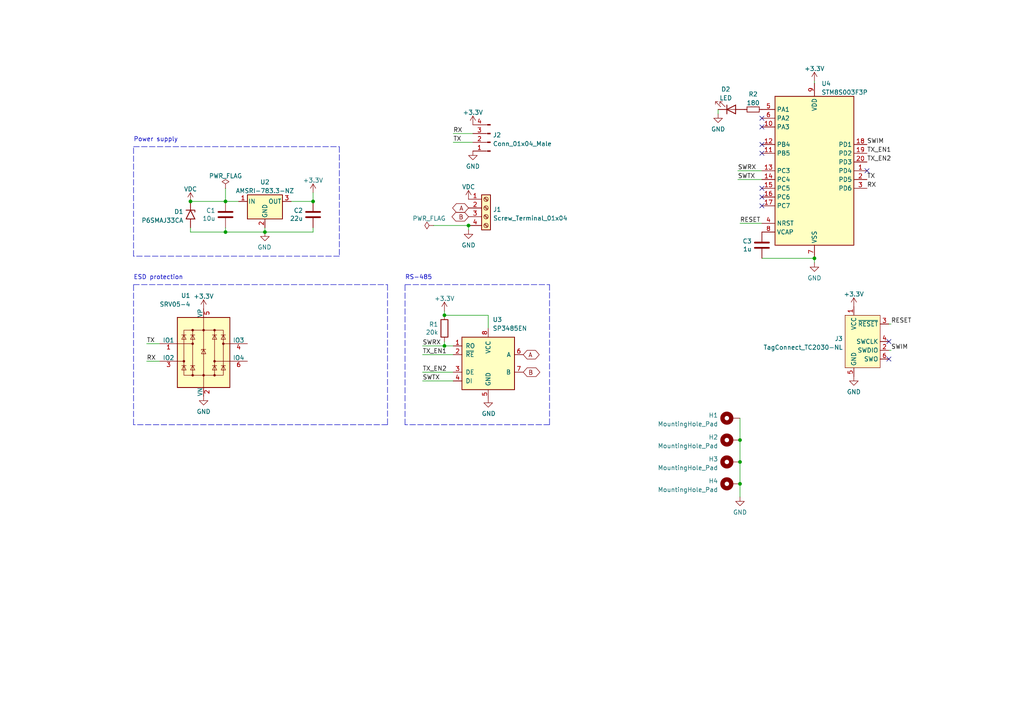
<source format=kicad_sch>
(kicad_sch (version 20211123) (generator eeschema)
  (paper "A4")
  (lib_symbols
    (symbol "Connector:Conn_01x04_Male" (pin_names (offset 1.016) hide)
      (property "Reference" "J" (at 0 5.08 0))
      (property "Value" "Conn_01x04_Male" (at 0 -7.62 0))
      (symbol "Conn_01x04_Male_1_1"
        (polyline (pts (xy 1.27 -5.08) (xy 0.8636 -5.08)) (stroke (width 0.1524)))
        (polyline (pts (xy 1.27 -2.54) (xy 0.8636 -2.54)) (stroke (width 0.1524)))
        (polyline (pts (xy 1.27 0) (xy 0.8636 0)) (stroke (width 0.1524)))
        (polyline (pts (xy 1.27 2.54) (xy 0.8636 2.54)) (stroke (width 0.1524)))
        (rectangle (start 0.8636 -4.953) (end 0 -5.207) (stroke (width 0.1524)) (fill (type outline)))
        (rectangle (start 0.8636 -2.413) (end 0 -2.667) (stroke (width 0.1524)) (fill (type outline)))
        (rectangle (start 0.8636 0.127) (end 0 -0.127) (stroke (width 0.1524)) (fill (type outline)))
        (rectangle (start 0.8636 2.667) (end 0 2.413) (stroke (width 0.1524)) (fill (type outline)))
        (pin passive line (at 5.08 2.54 180) (length 3.81) (name "Pin_1") (number "1"))
        (pin passive line (at 5.08 0 180) (length 3.81) (name "Pin_2") (number "2"))
        (pin passive line (at 5.08 -2.54 180) (length 3.81) (name "Pin_3") (number "3"))
        (pin passive line (at 5.08 -5.08 180) (length 3.81) (name "Pin_4") (number "4"))
      )
    )
    (symbol "Connector:Conn_ARM_SWD_TagConnect_TC2030-NL" (in_bom no)
      (property "Reference" "J7" (at -5.715 0.8347 0))
      (property "Value" "TagConnect_TC2030-NL" (at -5.715 -1.7022 0))
      (symbol "Conn_ARM_SWD_TagConnect_TC2030-NL_0_0"
        (pin power_in line (at -2.54 10.16 270) (length 2.54) (name "VCC") (number "1"))
        (pin bidirectional line (at 7.62 -2.54 180) (length 2.54) (name "SWDIO") (number "2"))
        (pin output line (at 7.62 5.08 180) (length 2.54) (name "~{RESET}") (number "3"))
        (pin output line (at 7.62 0 180) (length 2.54) (name "SWCLK") (number "4"))
        (pin power_in line (at -2.54 -10.16 90) (length 2.54) (name "GND") (number "5"))
        (pin input line (at 7.62 -5.08 180) (length 2.54) (name "SWO") (number "6"))
      )
      (symbol "Conn_ARM_SWD_TagConnect_TC2030-NL_0_1"
        (rectangle (start -5.08 7.62) (end 5.08 -7.62) (fill (type background)))
      )
    )
    (symbol "Connector:Screw_Terminal_01x04" (pin_names (offset 1.016) hide)
      (property "Reference" "J" (at 0 5.08 0))
      (property "Value" "Screw_Terminal_01x04" (at 0 -7.62 0))
      (symbol "Screw_Terminal_01x04_1_1"
        (rectangle (start -1.27 3.81) (end 1.27 -6.35) (stroke (width 0.254)) (fill (type background)))
        (circle (center 0 -5.08) (radius 0.635) (stroke (width 0.1524)))
        (circle (center 0 -2.54) (radius 0.635) (stroke (width 0.1524)))
        (polyline (pts (xy -0.5334 -4.7498) (xy 0.3302 -5.588)) (stroke (width 0.1524)))
        (polyline (pts (xy -0.5334 -2.2098) (xy 0.3302 -3.048)) (stroke (width 0.1524)))
        (polyline (pts (xy -0.5334 0.3302) (xy 0.3302 -0.508)) (stroke (width 0.1524)))
        (polyline (pts (xy -0.5334 2.8702) (xy 0.3302 2.032)) (stroke (width 0.1524)))
        (polyline (pts (xy -0.3556 -4.572) (xy 0.508 -5.4102)) (stroke (width 0.1524)))
        (polyline (pts (xy -0.3556 -2.032) (xy 0.508 -2.8702)) (stroke (width 0.1524)))
        (polyline (pts (xy -0.3556 0.508) (xy 0.508 -0.3302)) (stroke (width 0.1524)))
        (polyline (pts (xy -0.3556 3.048) (xy 0.508 2.2098)) (stroke (width 0.1524)))
        (circle (center 0 0) (radius 0.635) (stroke (width 0.1524)))
        (circle (center 0 2.54) (radius 0.635) (stroke (width 0.1524)))
        (pin passive line (at -5.08 2.54 0) (length 3.81) (name "Pin_1") (number "1"))
        (pin passive line (at -5.08 0 0) (length 3.81) (name "Pin_2") (number "2"))
        (pin passive line (at -5.08 -2.54 0) (length 3.81) (name "Pin_3") (number "3"))
        (pin passive line (at -5.08 -5.08 0) (length 3.81) (name "Pin_4") (number "4"))
      )
    )
    (symbol "Device:C" (pin_numbers hide) (pin_names (offset 0.254))
      (property "Reference" "C" (at 0.635 2.54 0))
      (property "Value" "C" (at 0.635 -2.54 0))
      (symbol "C_0_1"
        (polyline (pts (xy -2.032 -0.762) (xy 2.032 -0.762)) (stroke (width 0.508)))
        (polyline (pts (xy -2.032 0.762) (xy 2.032 0.762)) (stroke (width 0.508)))
      )
      (symbol "C_1_1"
        (pin passive line (at 0 3.81 270) (length 2.794) (name "~") (number "1"))
        (pin passive line (at 0 -3.81 90) (length 2.794) (name "~") (number "2"))
      )
    )
    (symbol "Device:LED" (pin_numbers hide) (pin_names (offset 1.016) hide)
      (property "Reference" "D" (at 0 2.54 0))
      (property "Value" "LED" (at 0 -2.54 0))
      (symbol "LED_0_1"
        (polyline (pts (xy -1.27 -1.27) (xy -1.27 1.27)) (stroke (width 0.254)))
        (polyline (pts (xy -1.27 0) (xy 1.27 0)))
        (polyline (pts (xy 1.27 -1.27) (xy 1.27 1.27) (xy -1.27 0) (xy 1.27 -1.27)) (stroke (width 0.254)))
        (polyline (pts (xy -3.048 -0.762) (xy -4.572 -2.286) (xy -3.81 -2.286) (xy -4.572 -2.286) (xy -4.572 -1.524)))
        (polyline (pts (xy -1.778 -0.762) (xy -3.302 -2.286) (xy -2.54 -2.286) (xy -3.302 -2.286) (xy -3.302 -1.524)))
      )
      (symbol "LED_1_1"
        (pin passive line (at -3.81 0 0) (length 2.54) (name "K") (number "1"))
        (pin passive line (at 3.81 0 180) (length 2.54) (name "A") (number "2"))
      )
    )
    (symbol "Device:R" (pin_numbers hide) (pin_names (offset 0))
      (property "Reference" "R" (at 2.032 0 90))
      (property "Value" "R" (at 0 0 90))
      (symbol "R_0_1"
        (rectangle (start -1.016 -2.54) (end 1.016 2.54) (stroke (width 0.254)))
      )
      (symbol "R_1_1"
        (pin passive line (at 0 3.81 270) (length 1.27) (name "~") (number "1"))
        (pin passive line (at 0 -3.81 90) (length 1.27) (name "~") (number "2"))
      )
    )
    (symbol "Device:R_Small" (pin_numbers hide) (pin_names (offset 0.254) hide)
      (property "Reference" "R" (at 0.762 0.508 0))
      (property "Value" "R_Small" (at 0.762 -1.016 0))
      (symbol "R_Small_0_1"
        (rectangle (start -0.762 1.778) (end 0.762 -1.778) (stroke (width 0.2032)))
      )
      (symbol "R_Small_1_1"
        (pin passive line (at 0 2.54 270) (length 0.762) (name "~") (number "1"))
        (pin passive line (at 0 -2.54 90) (length 0.762) (name "~") (number "2"))
      )
    )
    (symbol "Diode:SMF30A" (pin_numbers hide) (pin_names (offset 1.016) hide)
      (property "Reference" "D" (at 0 2.54 0))
      (property "Value" "SMF30A" (at 0 -2.54 0))
      (symbol "SMF30A_0_1"
        (polyline (pts (xy -0.762 1.27) (xy -1.27 1.27) (xy -1.27 -1.27)) (stroke (width 0.254)))
        (polyline (pts (xy 1.27 1.27) (xy 1.27 -1.27) (xy -1.27 0) (xy 1.27 1.27)) (stroke (width 0.254)))
      )
      (symbol "SMF30A_1_1"
        (pin passive line (at -3.81 0 0) (length 2.54) (name "A1") (number "1"))
        (pin passive line (at 3.81 0 180) (length 2.54) (name "A2") (number "2"))
      )
    )
    (symbol "Interface_UART:SP3485EN" (pin_names (offset 1.016))
      (property "Reference" "U" (at -7.62 8.89 0))
      (property "Value" "SP3485EN" (at 2.54 8.89 0))
      (symbol "SP3485EN_0_1"
        (rectangle (start -7.62 7.62) (end 7.62 -7.62) (stroke (width 0.254)) (fill (type background)))
      )
      (symbol "SP3485EN_1_1"
        (pin output line (at -10.16 5.08 0) (length 2.54) (name "RO") (number "1"))
        (pin input line (at -10.16 2.54 0) (length 2.54) (name "~{RE}") (number "2"))
        (pin input line (at -10.16 -2.54 0) (length 2.54) (name "DE") (number "3"))
        (pin input line (at -10.16 -5.08 0) (length 2.54) (name "DI") (number "4"))
        (pin power_in line (at 0 -10.16 90) (length 2.54) (name "GND") (number "5"))
        (pin bidirectional line (at 10.16 2.54 180) (length 2.54) (name "A") (number "6"))
        (pin bidirectional line (at 10.16 -2.54 180) (length 2.54) (name "B") (number "7"))
        (pin power_in line (at 0 10.16 270) (length 2.54) (name "VCC") (number "8"))
      )
    )
    (symbol "MCU_ST_STM8:STM8S003F3P"
      (property "Reference" "U" (at 1.27 25.4 0))
      (property "Value" "STM8S003F3P" (at 1.27 22.86 0))
      (symbol "STM8S003F3P_0_1"
        (rectangle (start -11.43 21.59) (end 11.43 -21.59) (stroke (width 0.254)) (fill (type background)))
      )
      (symbol "STM8S003F3P_1_1"
        (pin bidirectional line (at 15.24 0 180) (length 3.81) (name "PD4") (number "1"))
        (pin bidirectional line (at -15.24 12.7 0) (length 3.81) (name "PA3") (number "10"))
        (pin bidirectional line (at -15.24 5.08 0) (length 3.81) (name "PB5") (number "11"))
        (pin bidirectional line (at -15.24 7.62 0) (length 3.81) (name "PB4") (number "12"))
        (pin bidirectional line (at -15.24 0 0) (length 3.81) (name "PC3") (number "13"))
        (pin bidirectional line (at -15.24 -2.54 0) (length 3.81) (name "PC4") (number "14"))
        (pin bidirectional line (at -15.24 -5.08 0) (length 3.81) (name "PC5") (number "15"))
        (pin bidirectional line (at -15.24 -7.62 0) (length 3.81) (name "PC6") (number "16"))
        (pin bidirectional line (at -15.24 -10.16 0) (length 3.81) (name "PC7") (number "17"))
        (pin bidirectional line (at 15.24 7.62 180) (length 3.81) (name "PD1") (number "18"))
        (pin bidirectional line (at 15.24 5.08 180) (length 3.81) (name "PD2") (number "19"))
        (pin bidirectional line (at 15.24 -2.54 180) (length 3.81) (name "PD5") (number "2"))
        (pin bidirectional line (at 15.24 2.54 180) (length 3.81) (name "PD3") (number "20"))
        (pin bidirectional line (at 15.24 -5.08 180) (length 3.81) (name "PD6") (number "3"))
        (pin input line (at -15.24 -15.24 0) (length 3.81) (name "NRST") (number "4"))
        (pin bidirectional line (at -15.24 17.78 0) (length 3.81) (name "PA1") (number "5"))
        (pin bidirectional line (at -15.24 15.24 0) (length 3.81) (name "PA2") (number "6"))
        (pin power_in line (at 0 -25.4 90) (length 3.81) (name "VSS") (number "7"))
        (pin passive line (at -15.24 -17.78 0) (length 3.81) (name "VCAP") (number "8"))
        (pin power_in line (at 0 25.4 270) (length 3.81) (name "VDD") (number "9"))
      )
    )
    (symbol "Mechanical:MountingHole_Pad" (pin_numbers hide) (pin_names (offset 1.016) hide)
      (property "Reference" "H" (at 0 6.35 0))
      (property "Value" "MountingHole_Pad" (at 0 4.445 0))
      (symbol "MountingHole_Pad_0_1"
        (circle (center 0 1.27) (radius 1.27) (stroke (width 1.27)))
      )
      (symbol "MountingHole_Pad_1_1"
        (pin input line (at 0 -2.54 90) (length 2.54) (name "1") (number "1"))
      )
    )
    (symbol "Power_Protection:SRV05-4" (pin_names (offset 0))
      (property "Reference" "U" (at -5.08 11.43 0))
      (property "Value" "SRV05-4" (at 2.54 11.43 0))
      (symbol "SRV05-4_0_0"
        (rectangle (start -5.715 6.477) (end 5.715 -6.604))
        (polyline (pts (xy -3.175 -6.604) (xy -3.175 6.477)))
        (polyline (pts (xy 3.175 6.477) (xy 3.175 -6.604)))
      )
      (symbol "SRV05-4_0_1"
        (rectangle (start -7.62 10.16) (end 7.62 -10.16) (stroke (width 0.254)) (fill (type background)))
        (circle (center -5.715 -2.54) (radius 0.2794) (fill (type outline)))
        (circle (center -3.175 -6.604) (radius 0.2794) (fill (type outline)))
        (circle (center -3.175 2.54) (radius 0.2794) (fill (type outline)))
        (circle (center -3.175 6.477) (radius 0.2794) (fill (type outline)))
        (circle (center 0 -6.604) (radius 0.2794) (fill (type outline)))
        (polyline (pts (xy -7.747 2.54) (xy -3.175 2.54)))
        (polyline (pts (xy -7.62 -2.54) (xy -5.715 -2.54)))
        (polyline (pts (xy -5.08 -3.81) (xy -6.35 -3.81)))
        (polyline (pts (xy -5.08 5.08) (xy -6.35 5.08)))
        (polyline (pts (xy -2.54 -3.81) (xy -3.81 -3.81)))
        (polyline (pts (xy -2.54 5.08) (xy -3.81 5.08)))
        (polyline (pts (xy 0 10.16) (xy 0 -10.16)))
        (polyline (pts (xy 3.81 -3.81) (xy 2.54 -3.81)))
        (polyline (pts (xy 3.81 5.08) (xy 2.54 5.08)))
        (polyline (pts (xy 6.35 -3.81) (xy 5.08 -3.81)))
        (polyline (pts (xy 6.35 5.08) (xy 5.08 5.08)))
        (polyline (pts (xy 7.62 -2.54) (xy 3.175 -2.54)))
        (polyline (pts (xy 7.62 2.54) (xy 5.715 2.54)))
        (polyline (pts (xy 0.635 0.889) (xy -0.635 0.889) (xy -0.635 0.635)))
        (polyline (pts (xy -5.08 -5.08) (xy -6.35 -5.08) (xy -5.715 -3.81) (xy -5.08 -5.08)))
        (polyline (pts (xy -5.08 3.81) (xy -6.35 3.81) (xy -5.715 5.08) (xy -5.08 3.81)))
        (polyline (pts (xy -2.54 -5.08) (xy -3.81 -5.08) (xy -3.175 -3.81) (xy -2.54 -5.08)))
        (polyline (pts (xy -2.54 3.81) (xy -3.81 3.81) (xy -3.175 5.08) (xy -2.54 3.81)))
        (polyline (pts (xy 0.635 -0.381) (xy -0.635 -0.381) (xy 0 0.889) (xy 0.635 -0.381)))
        (polyline (pts (xy 3.81 -5.08) (xy 2.54 -5.08) (xy 3.175 -3.81) (xy 3.81 -5.08)))
        (polyline (pts (xy 3.81 3.81) (xy 2.54 3.81) (xy 3.175 5.08) (xy 3.81 3.81)))
        (polyline (pts (xy 6.35 -5.08) (xy 5.08 -5.08) (xy 5.715 -3.81) (xy 6.35 -5.08)))
        (polyline (pts (xy 6.35 3.81) (xy 5.08 3.81) (xy 5.715 5.08) (xy 6.35 3.81)))
        (circle (center 0 6.477) (radius 0.2794) (fill (type outline)))
        (circle (center 3.175 -6.604) (radius 0.2794) (fill (type outline)))
        (circle (center 3.175 -2.54) (radius 0.2794) (fill (type outline)))
        (circle (center 3.175 6.477) (radius 0.2794) (fill (type outline)))
        (circle (center 5.715 2.54) (radius 0.2794) (fill (type outline)))
      )
      (symbol "SRV05-4_1_1"
        (pin passive line (at -12.7 2.54 0) (length 5.08) (name "IO1") (number "1"))
        (pin passive line (at 0 -12.7 90) (length 2.54) (name "VN") (number "2"))
        (pin passive line (at -12.7 -2.54 0) (length 5.08) (name "IO2") (number "3"))
        (pin passive line (at 12.7 2.54 180) (length 5.08) (name "IO3") (number "4"))
        (pin passive line (at 0 12.7 270) (length 2.54) (name "VP") (number "5"))
        (pin passive line (at 12.7 -2.54 180) (length 5.08) (name "IO4") (number "6"))
      )
    )
    (symbol "Regulator_Switching:R-78E3.3-0.5" (pin_names (offset 0.254))
      (property "Reference" "U" (at -3.81 3.175 0))
      (property "Value" "R-78E3.3-0.5" (at 0 3.175 0))
      (symbol "R-78E3.3-0.5_0_1"
        (rectangle (start -5.08 1.905) (end 5.08 -5.08) (stroke (width 0.254)) (fill (type background)))
      )
      (symbol "R-78E3.3-0.5_1_1"
        (pin power_in line (at -7.62 0 0) (length 2.54) (name "IN") (number "1"))
        (pin power_in line (at 0 -7.62 90) (length 2.54) (name "GND") (number "2"))
        (pin power_out line (at 7.62 0 180) (length 2.54) (name "OUT") (number "3"))
      )
    )
    (symbol "power:+3.3V" (power) (pin_names (offset 0))
      (property "Value" "+3.3V" (at 0 3.556 0))
      (symbol "+3.3V_0_1"
        (polyline (pts (xy -0.762 1.27) (xy 0 2.54)))
        (polyline (pts (xy 0 0) (xy 0 2.54)))
        (polyline (pts (xy 0 2.54) (xy 0.762 1.27)))
      )
      (symbol "+3.3V_1_1"
        (pin power_in line (at 0 0 90) (length 0) hide (name "+3.3V") (number "1"))
      )
    )
    (symbol "power:GND" (power) (pin_names (offset 0))
      (property "Value" "GND" (at 0 -3.81 0))
      (symbol "GND_0_1"
        (polyline (pts (xy 0 0) (xy 0 -1.27) (xy 1.27 -1.27) (xy 0 -2.54) (xy -1.27 -1.27) (xy 0 -1.27)))
      )
      (symbol "GND_1_1"
        (pin power_in line (at 0 0 270) (length 0) hide (name "GND") (number "1"))
      )
    )
    (symbol "power:PWR_FLAG" (power) (pin_numbers hide) (pin_names (offset 0) hide)
      (property "Value" "PWR_FLAG" (at 0 3.81 0))
      (symbol "PWR_FLAG_0_0"
        (pin power_out line (at 0 0 90) (length 0) (name "pwr") (number "1"))
      )
      (symbol "PWR_FLAG_0_1"
        (polyline (pts (xy 0 0) (xy 0 1.27) (xy -1.016 1.905) (xy 0 2.54) (xy 1.016 1.905) (xy 0 1.27)))
      )
    )
    (symbol "power:VDC" (power) (pin_names (offset 0))
      (property "Value" "VDC" (at 0 6.35 0))
      (symbol "VDC_0_1"
        (polyline (pts (xy -0.762 1.27) (xy 0 2.54)))
        (polyline (pts (xy 0 0) (xy 0 2.54)))
        (polyline (pts (xy 0 2.54) (xy 0.762 1.27)))
      )
      (symbol "VDC_1_1"
        (pin power_in line (at 0 0 90) (length 0) hide (name "VDC") (number "1"))
      )
    )
  )
  (junction (at 214.63 140.335))
  (junction (at 90.805 58.42))
  (junction (at 236.22 74.93))
  (junction (at 135.89 65.405))
  (junction (at 55.245 58.42))
  (junction (at 65.405 58.42))
  (junction (at 65.405 67.31))
  (junction (at 76.835 67.31))
  (junction (at 128.905 100.33))
  (junction (at 214.63 133.985))
  (junction (at 214.63 127.635))
  (junction (at 128.905 91.44))
  (no_connect (at 220.98 34.29))
  (no_connect (at 220.98 57.15))
  (no_connect (at 257.81 99.06))
  (no_connect (at 220.98 41.91))
  (no_connect (at 220.98 54.61))
  (no_connect (at 220.98 44.45))
  (no_connect (at 251.46 49.53))
  (no_connect (at 257.81 104.14))
  (no_connect (at 220.98 36.83))
  (no_connect (at 220.98 59.69))
  (polyline (pts (xy 38.735 74.295) (xy 38.735 42.545)))
  (wire (pts (xy 135.89 66.675) (xy 135.89 65.405)))
  (polyline (pts (xy 98.425 42.545) (xy 98.425 74.295)))
  (wire (pts (xy 65.405 58.42) (xy 55.245 58.42)))
  (polyline (pts (xy 38.735 123.19) (xy 38.735 82.55)))
  (polyline (pts (xy 117.475 123.19) (xy 117.475 82.55)))
  (wire (pts (xy 220.98 74.93) (xy 236.22 74.93)))
  (wire (pts (xy 90.805 67.31) (xy 90.805 66.04)))
  (wire (pts (xy 65.405 67.31) (xy 76.835 67.31)))
  (wire (pts (xy 128.905 91.44) (xy 141.605 91.44)))
  (wire (pts (xy 131.445 38.735) (xy 137.16 38.735)))
  (wire (pts (xy 236.22 24.13) (xy 236.22 23.495)))
  (wire (pts (xy 141.605 91.44) (xy 141.605 95.25)))
  (wire (pts (xy 84.455 58.42) (xy 90.805 58.42)))
  (wire (pts (xy 214.63 140.335) (xy 214.63 144.145)))
  (wire (pts (xy 131.445 41.275) (xy 137.16 41.275)))
  (wire (pts (xy 214.63 64.77) (xy 220.98 64.77)))
  (wire (pts (xy 76.835 67.31) (xy 90.805 67.31)))
  (wire (pts (xy 214.63 133.985) (xy 214.63 140.335)))
  (wire (pts (xy 214.63 127.635) (xy 214.63 133.985)))
  (polyline (pts (xy 112.395 123.19) (xy 38.735 123.19)))
  (wire (pts (xy 213.995 49.53) (xy 220.98 49.53)))
  (wire (pts (xy 128.905 99.06) (xy 128.905 100.33)))
  (wire (pts (xy 258.445 101.6) (xy 257.81 101.6)))
  (wire (pts (xy 55.245 67.31) (xy 65.405 67.31)))
  (wire (pts (xy 42.545 99.695) (xy 46.355 99.695)))
  (wire (pts (xy 258.445 93.98) (xy 257.81 93.98)))
  (wire (pts (xy 122.555 102.87) (xy 131.445 102.87)))
  (polyline (pts (xy 38.735 82.55) (xy 112.395 82.55)))
  (polyline (pts (xy 112.395 82.55) (xy 112.395 123.19)))
  (wire (pts (xy 69.215 58.42) (xy 65.405 58.42)))
  (wire (pts (xy 90.805 55.88) (xy 90.805 58.42)))
  (polyline (pts (xy 98.425 74.295) (xy 38.735 74.295)))
  (polyline (pts (xy 159.385 123.19) (xy 117.475 123.19)))
  (wire (pts (xy 55.245 66.04) (xy 55.245 67.31)))
  (wire (pts (xy 42.545 104.775) (xy 46.355 104.775)))
  (polyline (pts (xy 117.475 82.55) (xy 159.385 82.55)))
  (wire (pts (xy 76.835 66.04) (xy 76.835 67.31)))
  (wire (pts (xy 122.555 100.33) (xy 128.905 100.33)))
  (wire (pts (xy 214.63 121.285) (xy 214.63 127.635)))
  (wire (pts (xy 128.905 90.17) (xy 128.905 91.44)))
  (wire (pts (xy 65.405 66.04) (xy 65.405 67.31)))
  (wire (pts (xy 125.73 65.405) (xy 135.89 65.405)))
  (polyline (pts (xy 159.385 82.55) (xy 159.385 123.19)))
  (wire (pts (xy 65.405 54.61) (xy 65.405 58.42)))
  (wire (pts (xy 122.555 107.95) (xy 131.445 107.95)))
  (wire (pts (xy 128.905 100.33) (xy 131.445 100.33)))
  (wire (pts (xy 236.22 76.2) (xy 236.22 74.93)))
  (wire (pts (xy 213.995 52.07) (xy 220.98 52.07)))
  (wire (pts (xy 208.28 33.02) (xy 208.28 31.75)))
  (polyline (pts (xy 38.735 42.545) (xy 98.425 42.545)))
  (wire (pts (xy 122.555 110.49) (xy 131.445 110.49)))
  (text "Power supply" (at 38.735 41.275 0) (effects (font (size 1.27 1.27)) (justify left bottom)))
  (text "RS-485" (at 117.475 81.28 0) (effects (font (size 1.27 1.27)) (justify left bottom)))
  (text "ESD protection" (at 38.735 81.28 0) (effects (font (size 1.27 1.27)) (justify left bottom)))
  (label "SWRX" (at 213.995 49.53 0))
  (label "SWIM" (at 251.46 41.91 0))
  (label "TX_EN2" (at 251.46 46.99 0))
  (label "RX" (at 251.46 54.61 0))
  (label "TX" (at 251.46 52.07 0))
  (label "RX" (at 42.545 104.775 0))
  (label "SWRX" (at 122.555 100.33 0))
  (label "SWTX" (at 122.555 110.49 0))
  (label "SWIM" (at 258.445 101.6 0))
  (label "TX_EN1" (at 122.555 102.87 0))
  (label "SWTX" (at 213.995 52.07 0))
  (label "TX" (at 131.445 41.275 0))
  (label "RX" (at 131.445 38.735 0))
  (label "TX" (at 42.545 99.695 0))
  (label "RESET" (at 258.445 93.98 0))
  (label "TX_EN2" (at 122.555 107.95 0))
  (label "TX_EN1" (at 251.46 44.45 0))
  (label "RESET" (at 214.63 64.77 0))
  (global_label "B" (shape bidirectional) (at 135.89 62.865 180) (property "Intersheet References" "${INTERSHEET_REFS}" (effects hide)))
  (global_label "B" (shape tri_state) (at 151.765 107.95 0) (property "Intersheet References" "${INTERSHEET_REFS}" (effects hide)))
  (global_label "A" (shape bidirectional) (at 135.89 60.325 180) (property "Intersheet References" "${INTERSHEET_REFS}" (effects hide)))
  (global_label "A" (shape tri_state) (at 151.765 102.87 0) (property "Intersheet References" "${INTERSHEET_REFS}" (effects hide)))
  (symbol (lib_id "power:+3.3V") (at 59.055 89.535 0) (unit 1)
    (property "Reference" "#PWR02" (effects hide))
    (property "Value" "+3.3V" (at 59.055 85.9592 0))
  )
  (symbol (lib_id "Mechanical:MountingHole_Pad") (at 212.09 140.335 90) (unit 1)
    (property "Reference" "H4" (at 208.28 139.5003 90) (effects (justify left)))
    (property "Value" "MountingHole_Pad" (at 208.28 142.0372 90) (effects (justify left)))
    (property "Footprint" "MountingHole:MountingHole_3.2mm_M3_Pad_Via" (effects hide))
  )
  (symbol (lib_id "power:GND") (at 59.055 114.935 0) (unit 1)
    (property "Reference" "#PWR03" (effects hide))
    (property "Value" "GND" (at 59.055 119.3784 0))
  )
  (symbol (lib_id "MCU_ST_STM8:STM8S003F3P") (at 236.22 49.53 0) (unit 1)
    (property "Reference" "U4" (at 238.2394 24.2402 0) (effects (justify left)))
    (property "Value" "STM8S003F3P" (at 238.2394 26.7771 0) (effects (justify left)))
    (property "Footprint" "Package_SO:TSSOP-20_4.4x6.5mm_P0.65mm" (effects hide))
    (property "Datasheet" "http://www.st.com/st-web-ui/static/active/en/resource/technical/document/datasheet/DM00024550.pdf" (effects hide))
    (property "LCSC" "C52717" (effects hide))
  )
  (symbol (lib_id "power:+3.3V") (at 247.65 88.9 0) (unit 1)
    (property "Reference" "#PWR015" (effects hide))
    (property "Value" "+3.3V" (at 247.65 85.3242 0))
  )
  (symbol (lib_id "power:GND") (at 214.63 144.145 0) (unit 1)
    (property "Reference" "#PWR0101" (effects hide))
    (property "Value" "GND" (at 214.63 148.5884 0))
  )
  (symbol (lib_id "power:GND") (at 135.89 66.675 0) (unit 1)
    (property "Reference" "#PWR08" (effects hide))
    (property "Value" "GND" (at 135.89 71.1184 0))
  )
  (symbol (lib_id "Mechanical:MountingHole_Pad") (at 212.09 133.985 90) (unit 1)
    (property "Reference" "H3" (at 208.28 133.1503 90) (effects (justify left)))
    (property "Value" "MountingHole_Pad" (at 208.28 135.6872 90) (effects (justify left)))
    (property "Footprint" "MountingHole:MountingHole_3.2mm_M3_Pad_Via" (effects hide))
  )
  (symbol (lib_id "power:+3.3V") (at 137.16 36.195 0) (unit 1)
    (property "Reference" "#PWR0102" (effects hide))
    (property "Value" "+3.3V" (at 137.16 32.6192 0))
  )
  (symbol (lib_id "Power_Protection:SRV05-4") (at 59.055 102.235 0) (unit 1)
    (property "Reference" "U1" (at 55.245 85.725 0) (effects (justify right)))
    (property "Value" "SRV05-4" (at 55.245 88.265 0) (effects (justify right)))
    (property "Footprint" "Package_TO_SOT_SMD:SOT-23-6" (effects hide))
    (property "Datasheet" "http://www.onsemi.com/pub/Collateral/SRV05-4-D.PDF" (effects hide))
    (property "LCSC" "C85364" (effects hide))
  )
  (symbol (lib_id "Mechanical:MountingHole_Pad") (at 212.09 121.285 90) (unit 1)
    (property "Reference" "H1" (at 208.28 120.4503 90) (effects (justify left)))
    (property "Value" "MountingHole_Pad" (at 208.28 122.9872 90) (effects (justify left)))
    (property "Footprint" "MountingHole:MountingHole_3.2mm_M3_Pad_Via" (effects hide))
  )
  (symbol (lib_id "Connector:Conn_ARM_SWD_TagConnect_TC2030-NL") (at 250.19 99.06 0) (unit 1)
    (property "Reference" "J3" (at 244.475 98.2253 0) (effects (justify right)))
    (property "Value" "TagConnect_TC2030-NL" (at 244.475 100.7622 0) (effects (justify right)))
    (property "Footprint" "Connector:Tag-Connect_TC2030-IDC-NL_2x03_P1.27mm_Vertical" (effects hide))
    (property "Datasheet" "https://www.tag-connect.com/wp-content/uploads/bsk-pdf-manager/TC2030-CTX_1.pdf" (effects hide))
  )
  (symbol (lib_id "power:+3.3V") (at 236.22 23.495 0) (unit 1)
    (property "Reference" "#PWR013" (effects hide))
    (property "Value" "+3.3V" (at 236.22 19.9192 0))
  )
  (symbol (lib_id "power:+3.3V") (at 90.805 55.88 0) (unit 1)
    (property "Reference" "#PWR05" (effects hide))
    (property "Value" "+3.3V" (at 90.805 52.3042 0))
  )
  (symbol (lib_id "Connector:Conn_01x04_Male") (at 142.24 41.275 180) (unit 1)
    (property "Reference" "J2" (at 142.9512 39.1703 0) (effects (justify right)))
    (property "Value" "Conn_01x04_Male" (at 142.9512 41.7072 0) (effects (justify right)))
    (property "Footprint" "Connector_JST:JST_PH_B4B-PH-K_1x04_P2.00mm_Vertical" (effects hide))
  )
  (symbol (lib_id "Device:R") (at 128.905 95.25 0) (unit 1)
    (property "Reference" "R1" (at 127.127 94.0816 0) (effects (justify right)))
    (property "Value" "20k" (at 127.127 96.393 0) (effects (justify right)))
    (property "Footprint" "Resistor_SMD:R_0603_1608Metric" (effects hide))
    (property "LCSC" "C4184" (effects hide))
  )
  (symbol (lib_id "Device:C") (at 90.805 62.23 0) (mirror y) (unit 1)
    (property "Reference" "C2" (at 87.884 61.0616 0) (effects (justify left)))
    (property "Value" "22u" (at 87.884 63.373 0) (effects (justify left)))
    (property "Footprint" "Capacitor_SMD:C_0603_1608Metric" (effects hide))
    (property "LCSC" "C59461" (effects hide))
  )
  (symbol (lib_id "Device:R_Small") (at 218.44 31.75 90) (mirror x) (unit 1)
    (property "Reference" "R2" (at 218.44 27.3136 90))
    (property "Value" "180" (at 218.44 29.8505 90))
    (property "Footprint" "Resistor_SMD:R_0603_1608Metric" (effects hide))
    (property "LCSC" "C22828" (effects hide))
  )
  (symbol (lib_id "power:GND") (at 141.605 115.57 0) (unit 1)
    (property "Reference" "#PWR011" (effects hide))
    (property "Value" "GND" (at 141.732 119.9642 0))
  )
  (symbol (lib_id "Device:C") (at 220.98 71.12 0) (mirror y) (unit 1)
    (property "Reference" "C3" (at 218.059 69.9516 0) (effects (justify left)))
    (property "Value" "1u" (at 218.059 72.263 0) (effects (justify left)))
    (property "Footprint" "Capacitor_SMD:C_0603_1608Metric" (effects hide))
    (property "LCSC" "C15849" (effects hide))
  )
  (symbol (lib_id "power:GND") (at 137.16 43.815 0) (unit 1)
    (property "Reference" "#PWR010" (effects hide))
    (property "Value" "GND" (at 137.16 48.2584 0))
  )
  (symbol (lib_id "power:GND") (at 236.22 76.2 0) (unit 1)
    (property "Reference" "#PWR014" (effects hide))
    (property "Value" "GND" (at 236.22 80.6434 0))
  )
  (symbol (lib_id "power:GND") (at 76.835 67.31 0) (mirror y) (unit 1)
    (property "Reference" "#PWR04" (effects hide))
    (property "Value" "GND" (at 76.708 71.7042 0))
  )
  (symbol (lib_id "power:GND") (at 208.28 33.02 0) (mirror y) (unit 1)
    (property "Reference" "#PWR012" (effects hide))
    (property "Value" "GND" (at 208.28 37.4634 0))
  )
  (symbol (lib_id "Device:C") (at 65.405 62.23 0) (mirror y) (unit 1)
    (property "Reference" "C1" (at 62.484 61.0616 0) (effects (justify left)))
    (property "Value" "10u" (at 62.484 63.373 0) (effects (justify left)))
    (property "Footprint" "Capacitor_SMD:C_1206_3216Metric" (effects hide))
    (property "LCSC" "C13585" (effects hide))
  )
  (symbol (lib_id "power:VDC") (at 135.89 57.785 0) (unit 1)
    (property "Reference" "#PWR07" (effects hide))
    (property "Value" "VDC" (at 135.89 54.2092 0))
  )
  (symbol (lib_id "Device:LED") (at 212.09 31.75 0) (mirror x) (unit 1)
    (property "Reference" "D2" (at 210.5025 25.8912 0))
    (property "Value" "LED" (at 210.5025 28.4281 0))
    (property "Footprint" "LED_SMD:LED_0805_2012Metric" (effects hide))
    (property "LCSC" "C2297" (effects hide))
  )
  (symbol (lib_id "power:PWR_FLAG") (at 65.405 54.61 0) (mirror y) (unit 1)
    (property "Reference" "#FLG01" (effects hide))
    (property "Value" "PWR_FLAG" (at 65.405 51.0342 0))
  )
  (symbol (lib_id "power:VDC") (at 55.245 58.42 0) (unit 1)
    (property "Reference" "#PWR01" (effects hide))
    (property "Value" "VDC" (at 55.245 54.8442 0))
  )
  (symbol (lib_id "Interface_UART:SP3485EN") (at 141.605 105.41 0) (unit 1)
    (property "Reference" "U3" (at 142.875 92.71 0) (effects (justify left)))
    (property "Value" "SP3485EN" (at 142.875 95.25 0) (effects (justify left)))
    (property "Footprint" "Package_SO:SOIC-8_3.9x4.9mm_P1.27mm" (effects hide))
    (property "Datasheet" "http://www.icbase.com/pdf/SPX/SPX00480106.pdf" (effects hide))
    (property "LCSC" "C8963" (effects hide))
  )
  (symbol (lib_id "power:+3.3V") (at 128.905 90.17 0) (unit 1)
    (property "Reference" "#PWR06" (effects hide))
    (property "Value" "+3.3V" (at 128.905 86.5942 0))
  )
  (symbol (lib_id "Connector:Screw_Terminal_01x04") (at 140.97 60.325 0) (unit 1)
    (property "Reference" "J1" (at 143.002 60.7603 0) (effects (justify left)))
    (property "Value" "Screw_Terminal_01x04" (at 143.002 63.2972 0) (effects (justify left)))
    (property "Footprint" "Connector_Phoenix_MC:PhoenixContact_MCV_1,5_4-G-3.5_1x04_P3.50mm_Vertical" (effects hide))
  )
  (symbol (lib_id "Diode:SMF30A") (at 55.245 62.23 270) (unit 1)
    (property "Reference" "D1" (at 53.2131 61.3953 90) (effects (justify right)))
    (property "Value" "P6SMAJ33CA" (at 53.2131 63.9322 90) (effects (justify right)))
    (property "Footprint" "Diode_SMD:D_SMA_Handsoldering" (effects hide))
    (property "Datasheet" "https://datasheet.lcsc.com/lcsc/2205231816_Liown-P6SMAJ33CA_C3019524.pdf" (effects hide))
    (property "LCSC" "C3019524" (effects hide))
  )
  (symbol (lib_id "Mechanical:MountingHole_Pad") (at 212.09 127.635 90) (unit 1)
    (property "Reference" "H2" (at 208.28 126.8003 90) (effects (justify left)))
    (property "Value" "MountingHole_Pad" (at 208.28 129.3372 90) (effects (justify left)))
    (property "Footprint" "MountingHole:MountingHole_3.2mm_M3_Pad_Via" (effects hide))
  )
  (symbol (lib_id "power:GND") (at 247.65 109.22 0) (unit 1)
    (property "Reference" "#PWR016" (effects hide))
    (property "Value" "GND" (at 247.65 113.6634 0))
  )
  (symbol (lib_id "power:PWR_FLAG") (at 125.73 65.405 90) (unit 1)
    (property "Reference" "#FLG02" (effects hide))
    (property "Value" "PWR_FLAG" (at 124.46 63.3532 90))
  )
  (symbol (lib_id "Regulator_Switching:R-78E3.3-0.5") (at 76.835 58.42 0) (unit 1)
    (property "Reference" "U2" (at 76.835 52.8152 0))
    (property "Value" "AMSRI-783.3-NZ" (at 76.835 55.3521 0))
    (property "Footprint" "Converter_DCDC:Converter_DCDC_RECOM_R-78E-0.5_THT" (effects hide))
    (property "Datasheet" "https://www.tme.eu/Document/91d93922945efd34e9aca2eab6562bd4/AMSRI-78-NZ.pdf" (effects hide))
  )
)
</source>
